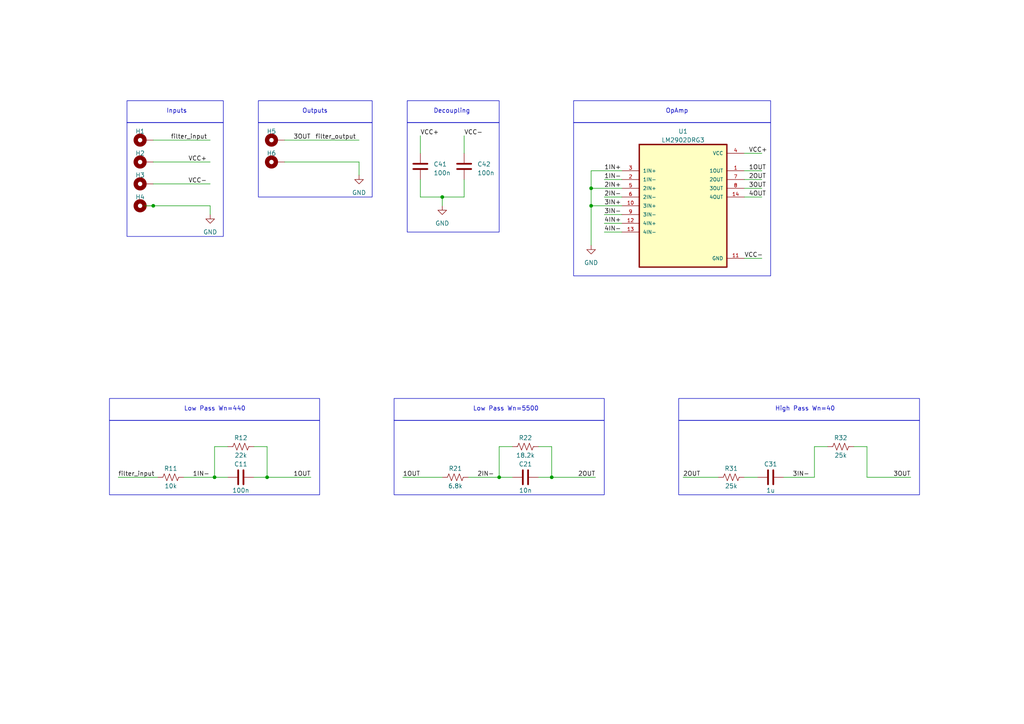
<source format=kicad_sch>
(kicad_sch (version 20230121) (generator eeschema)
  (paper "A4")
  (title_block (title "Signals Lab 5 Bandpass Filter") (date "2023-05-02") (rev "1"))
  (lib_symbols
    (symbol "Device:C" (pin_numbers hide) (pin_names (offset 0.254))
      (property "Reference" "C" (at 0.635 2.54 0))
      (property "Value" "C" (at 0.635 -2.54 0))
      (symbol "C_0_1"
        (polyline (pts (xy -2.032 -0.762) (xy 2.032 -0.762)) (stroke (width 0.508)))
        (polyline (pts (xy -2.032 0.762) (xy 2.032 0.762)) (stroke (width 0.508)))
      )
      (symbol "C_1_1"
        (pin passive line (at 0 3.81 270) (length 2.794) (name "~") (number "1"))
        (pin passive line (at 0 -3.81 90) (length 2.794) (name "~") (number "2"))
      )
    )
    (symbol "Device:R_US" (pin_numbers hide) (pin_names (offset 0))
      (property "Reference" "R" (at 2.54 0 90))
      (property "Value" "R_US" (at -2.54 0 90))
      (symbol "R_US_0_1"
        (polyline (pts (xy 0 -2.286) (xy 0 -2.54)))
        (polyline (pts (xy 0 2.286) (xy 0 2.54)))
        (polyline (pts (xy 0 -0.762) (xy 1.016 -1.143) (xy 0 -1.524) (xy -1.016 -1.905) (xy 0 -2.286)))
        (polyline (pts (xy 0 0.762) (xy 1.016 0.381) (xy 0 0) (xy -1.016 -0.381) (xy 0 -0.762)))
        (polyline (pts (xy 0 2.286) (xy 1.016 1.905) (xy 0 1.524) (xy -1.016 1.143) (xy 0 0.762)))
      )
      (symbol "R_US_1_1"
        (pin passive line (at 0 3.81 270) (length 1.27) (name "~") (number "1"))
        (pin passive line (at 0 -3.81 90) (length 1.27) (name "~") (number "2"))
      )
    )
    (symbol "LM2902DRG3:LM2902DRG3" (pin_names (offset 1.016))
      (property "Reference" "U" (at -12.7 18.7706 0))
      (property "Value" "LM2902DRG3" (at -12.7 -21.7678 0))
      (symbol "LM2902DRG3_0_0"
        (rectangle (start -12.7 -17.78) (end 12.7 17.78) (stroke (width 0.4064)) (fill (type background)))
        (pin output line (at 17.78 10.16 180) (length 5.08) (name "1OUT") (number "1"))
        (pin input line (at -17.78 0 0) (length 5.08) (name "3IN+") (number "10"))
        (pin power_in line (at 17.78 -15.24 180) (length 5.08) (name "GND") (number "11"))
        (pin input line (at -17.78 -5.08 0) (length 5.08) (name "4IN+") (number "12"))
        (pin input line (at -17.78 -7.62 0) (length 5.08) (name "4IN-") (number "13"))
        (pin output line (at 17.78 2.54 180) (length 5.08) (name "4OUT") (number "14"))
        (pin input line (at -17.78 7.62 0) (length 5.08) (name "1IN-") (number "2"))
        (pin input line (at -17.78 10.16 0) (length 5.08) (name "1IN+") (number "3"))
        (pin power_in line (at 17.78 15.24 180) (length 5.08) (name "VCC") (number "4"))
        (pin input line (at -17.78 5.08 0) (length 5.08) (name "2IN+") (number "5"))
        (pin input line (at -17.78 2.54 0) (length 5.08) (name "2IN-") (number "6"))
        (pin output line (at 17.78 7.62 180) (length 5.08) (name "2OUT") (number "7"))
        (pin output line (at 17.78 5.08 180) (length 5.08) (name "3OUT") (number "8"))
        (pin input line (at -17.78 -2.54 0) (length 5.08) (name "3IN-") (number "9"))
      )
    )
    (symbol "Mechanical:MountingHole_Pad" (pin_numbers hide) (pin_names (offset 1.016) hide)
      (property "Reference" "H" (at 0 6.35 0))
      (property "Value" "MountingHole_Pad" (at 0 4.445 0))
      (symbol "MountingHole_Pad_0_1"
        (circle (center 0 1.27) (radius 1.27) (stroke (width 1.27)))
      )
      (symbol "MountingHole_Pad_1_1"
        (pin input line (at 0 -2.54 90) (length 2.54) (name "1") (number "1"))
      )
    )
    (symbol "power:GND" (power) (pin_names (offset 0))
      (property "Value" "GND" (at 0 -3.81 0))
      (symbol "GND_0_1"
        (polyline (pts (xy 0 0) (xy 0 -1.27) (xy 1.27 -1.27) (xy 0 -2.54) (xy -1.27 -1.27) (xy 0 -1.27)))
      )
      (symbol "GND_1_1"
        (pin power_in line (at 0 0 270) (length 0) hide (name "GND") (number "1"))
      )
    )
  )
  (junction (at 171.45 54.61))
  (junction (at 128.27 57.15))
  (junction (at 171.45 59.69))
  (junction (at 44.45 59.69))
  (junction (at 77.47 138.43))
  (junction (at 144.78 138.43))
  (junction (at 62.23 138.43))
  (junction (at 160.02 138.43))
  (wire (pts (xy 156.21 129.54) (xy 160.02 129.54)))
  (wire (pts (xy 128.27 57.15) (xy 134.62 57.15)))
  (wire (pts (xy 134.62 39.37) (xy 134.62 44.45)))
  (wire (pts (xy 171.45 59.69) (xy 171.45 54.61)))
  (wire (pts (xy 236.22 129.54) (xy 236.22 138.43)))
  (wire (pts (xy 198.12 138.43) (xy 208.28 138.43)))
  (wire (pts (xy 171.45 71.12) (xy 171.45 59.69)))
  (wire (pts (xy 62.23 129.54) (xy 62.23 138.43)))
  (wire (pts (xy 82.55 40.64) (xy 104.14 40.64)))
  (wire (pts (xy 44.45 53.34) (xy 60.96 53.34)))
  (wire (pts (xy 160.02 129.54) (xy 160.02 138.43)))
  (wire (pts (xy 121.92 52.07) (xy 121.92 57.15)))
  (wire (pts (xy 227.33 138.43) (xy 236.22 138.43)))
  (wire (pts (xy 171.45 59.69) (xy 180.34 59.69)))
  (wire (pts (xy 144.78 138.43) (xy 148.59 138.43)))
  (wire (pts (xy 247.65 129.54) (xy 251.46 129.54)))
  (wire (pts (xy 215.9 57.15) (xy 220.98 57.15)))
  (wire (pts (xy 148.59 129.54) (xy 144.78 129.54)))
  (wire (pts (xy 77.47 129.54) (xy 77.47 138.43)))
  (wire (pts (xy 44.45 40.64) (xy 60.96 40.64)))
  (wire (pts (xy 144.78 129.54) (xy 144.78 138.43)))
  (wire (pts (xy 215.9 138.43) (xy 219.71 138.43)))
  (wire (pts (xy 171.45 54.61) (xy 180.34 54.61)))
  (wire (pts (xy 215.9 74.93) (xy 220.98 74.93)))
  (wire (pts (xy 62.23 138.43) (xy 66.04 138.43)))
  (wire (pts (xy 116.84 138.43) (xy 128.27 138.43)))
  (wire (pts (xy 34.29 138.43) (xy 45.72 138.43)))
  (wire (pts (xy 77.47 138.43) (xy 90.17 138.43)))
  (wire (pts (xy 134.62 57.15) (xy 134.62 52.07)))
  (wire (pts (xy 128.27 57.15) (xy 128.27 59.69)))
  (wire (pts (xy 175.26 52.07) (xy 180.34 52.07)))
  (wire (pts (xy 215.9 52.07) (xy 220.98 52.07)))
  (wire (pts (xy 73.66 138.43) (xy 77.47 138.43)))
  (wire (pts (xy 171.45 49.53) (xy 180.34 49.53)))
  (wire (pts (xy 121.92 39.37) (xy 121.92 44.45)))
  (wire (pts (xy 175.26 64.77) (xy 180.34 64.77)))
  (wire (pts (xy 156.21 138.43) (xy 160.02 138.43)))
  (wire (pts (xy 135.89 138.43) (xy 144.78 138.43)))
  (wire (pts (xy 104.14 46.99) (xy 104.14 50.8)))
  (wire (pts (xy 60.96 59.69) (xy 60.96 62.23)))
  (wire (pts (xy 251.46 138.43) (xy 264.16 138.43)))
  (wire (pts (xy 240.03 129.54) (xy 236.22 129.54)))
  (wire (pts (xy 82.55 46.99) (xy 104.14 46.99)))
  (wire (pts (xy 215.9 44.45) (xy 220.98 44.45)))
  (wire (pts (xy 53.34 138.43) (xy 62.23 138.43)))
  (wire (pts (xy 171.45 54.61) (xy 171.45 49.53)))
  (wire (pts (xy 215.9 49.53) (xy 220.98 49.53)))
  (wire (pts (xy 41.91 59.69) (xy 44.45 59.69)))
  (wire (pts (xy 66.04 129.54) (xy 62.23 129.54)))
  (wire (pts (xy 251.46 129.54) (xy 251.46 138.43)))
  (wire (pts (xy 44.45 59.69) (xy 60.96 59.69)))
  (wire (pts (xy 175.26 67.31) (xy 180.34 67.31)))
  (wire (pts (xy 121.92 57.15) (xy 128.27 57.15)))
  (wire (pts (xy 160.02 138.43) (xy 172.72 138.43)))
  (wire (pts (xy 175.26 62.23) (xy 180.34 62.23)))
  (wire (pts (xy 44.45 46.99) (xy 60.96 46.99)))
  (wire (pts (xy 175.26 57.15) (xy 180.34 57.15)))
  (wire (pts (xy 215.9 54.61) (xy 220.98 54.61)))
  (wire (pts (xy 73.66 129.54) (xy 77.47 129.54)))
  (rectangle (start 166.37 35.56) (end 223.52 80.01))
  (rectangle (start 166.37 29.21) (end 223.52 35.56))
  (rectangle (start 31.75 121.92) (end 92.71 143.51))
  (rectangle (start 118.11 35.56) (end 144.78 67.31))
  (rectangle (start 31.75 115.57) (end 92.71 121.92))
  (rectangle (start 74.93 29.21) (end 107.95 35.56))
  (rectangle (start 114.3 121.92) (end 175.26 143.51))
  (rectangle (start 196.85 121.92) (end 266.7 143.51))
  (rectangle (start 36.83 35.56) (end 64.77 68.58))
  (rectangle (start 196.85 115.57) (end 266.7 121.92))
  (rectangle (start 74.93 35.56) (end 107.95 57.15))
  (rectangle (start 118.11 29.21) (end 144.78 35.56))
  (rectangle (start 114.3 115.57) (end 175.26 121.92))
  (rectangle (start 36.83 29.21) (end 64.77 35.56))
  (text "OpAmp" (at 193.04 33.02 0) (effects (font (size 1.27 1.27)) (justify left bottom)))
  (text "Outputs" (at 87.63 33.02 0) (effects (font (size 1.27 1.27)) (justify left bottom)))
  (text "Decoupling" (at 125.73 33.02 0) (effects (font (size 1.27 1.27)) (justify left bottom)))
  (text "High Pass Wn=40" (at 224.79 119.38 0) (effects (font (size 1.27 1.27)) (justify left bottom)))
  (text "Low Pass Wn=440" (at 53.34 119.38 0) (effects (font (size 1.27 1.27)) (justify left bottom)))
  (text "Low Pass Wn=5500" (at 137.16 119.38 0) (effects (font (size 1.27 1.27)) (justify left bottom)))
  (text "Inputs" (at 48.26 33.02 0) (effects (font (size 1.27 1.27)) (justify left bottom)))
  (label "4IN-" (at 175.26 67.31 0))
  (label "3IN+" (at 175.26 59.69 0))
  (label "3OUT" (at 217.17 54.61 0))
  (label "2IN+" (at 175.26 54.61 0))
  (label "VCC+" (at 54.61 46.99 0))
  (label "2IN-" (at 175.26 57.15 0))
  (label "1OUT" (at 85.09 138.43 0))
  (label "4IN+" (at 175.26 64.77 0))
  (label "1IN-" (at 55.88 138.43 0))
  (label "1IN-" (at 175.26 52.07 0))
  (label "filter_input" (at 49.53 40.64 0))
  (label "1IN+" (at 175.26 49.53 0))
  (label "2OUT" (at 198.12 138.43 0))
  (label "2OUT" (at 167.64 138.43 0))
  (label "3IN-" (at 229.87 138.43 0))
  (label "3IN-" (at 175.26 62.23 0))
  (label "2OUT" (at 217.17 52.07 0))
  (label "VCC-" (at 134.62 39.37 0))
  (label "3OUT" (at 259.08 138.43 0))
  (label "1OUT" (at 116.84 138.43 0))
  (label "filter_input" (at 34.29 138.43 0))
  (label "2IN-" (at 138.43 138.43 0))
  (label "VCC+" (at 121.92 39.37 0))
  (label "VCC+" (at 217.17 44.45 0))
  (label "VCC-" (at 215.9 74.93 0))
  (label "3OUT" (at 85.09 40.64 0))
  (label "VCC-" (at 54.61 53.34 0))
  (label "1OUT" (at 217.17 49.53 0))
  (label "4OUT" (at 217.17 57.15 0))
  (label "filter_output" (at 91.44 40.64 0))
  (symbol (lib_id "LM2902DRG3:LM2902DRG3") (at 198.12 59.69 0) (unit 1)
    (property "Reference" "U1" (at 198.12 38.1 0))
    (property "Value" "LM2902DRG3" (at 198.12 40.64 0))
    (property "Footprint" "LM2902DRG3:SOIC127P600X175-14N" (effects hide))
  )
  (symbol (lib_id "Device:R_US") (at 69.85 129.54 90) (unit 1)
    (property "Reference" "R12" (at 69.85 127 90))
    (property "Value" "22k" (at 69.85 132.08 90))
    (property "Footprint" "Capacitor_SMD:C_0603_1608Metric" (effects hide))
  )
  (symbol (lib_id "Device:C") (at 134.62 48.26 0) (unit 1)
    (property "Reference" "C42" (at 138.43 47.625 0) (effects (justify left)))
    (property "Value" "100n" (at 138.43 50.165 0) (effects (justify left)))
    (property "Footprint" "Capacitor_SMD:C_0603_1608Metric" (effects hide))
  )
  (symbol (lib_id "Device:R_US") (at 49.53 138.43 90) (unit 1)
    (property "Reference" "R11" (at 49.53 135.89 90))
    (property "Value" "10k" (at 49.53 140.97 90))
    (property "Footprint" "Capacitor_SMD:C_0603_1608Metric" (effects hide))
  )
  (symbol (lib_id "Device:C") (at 152.4 138.43 90) (unit 1)
    (property "Reference" "C21" (at 152.4 134.62 90))
    (property "Value" "10n" (at 152.4 142.24 90))
    (property "Footprint" "Capacitor_SMD:C_0603_1608Metric" (effects hide))
  )
  (symbol (lib_id "power:GND") (at 171.45 71.12 0) (unit 1)
    (property "Reference" "#PWR01" (effects hide))
    (property "Value" "GND" (at 171.45 76.2 0))
  )
  (symbol (lib_id "Mechanical:MountingHole_Pad") (at 41.91 53.34 90) (unit 1)
    (property "Reference" "H3" (at 40.64 50.8 90))
    (property "Value" "MountingHole_Pad" (effects hide))
    (property "Footprint" "MountingHole:MountingHole_3.5mm_Pad_Via" (effects hide))
  )
  (symbol (lib_id "Device:R_US") (at 212.09 138.43 90) (unit 1)
    (property "Reference" "R31" (at 212.09 135.89 90))
    (property "Value" "25k" (at 212.09 140.97 90))
    (property "Footprint" "Resistor_SMD:R_0603_1608Metric" (effects hide))
  )
  (symbol (lib_id "power:GND") (at 104.14 50.8 0) (unit 1)
    (property "Reference" "#PWR04" (effects hide))
    (property "Value" "GND" (at 104.14 55.88 0))
  )
  (symbol (lib_id "power:GND") (at 128.27 59.69 0) (unit 1)
    (property "Reference" "#PWR03" (effects hide))
    (property "Value" "GND" (at 128.27 64.77 0))
  )
  (symbol (lib_id "Device:R_US") (at 152.4 129.54 90) (unit 1)
    (property "Reference" "R22" (at 152.4 127 90))
    (property "Value" "18.2k" (at 152.4 132.08 90))
    (property "Footprint" "Capacitor_SMD:C_0603_1608Metric" (effects hide))
  )
  (symbol (lib_id "Mechanical:MountingHole_Pad") (at 80.01 40.64 90) (unit 1)
    (property "Reference" "H5" (at 78.74 38.1 90))
    (property "Value" "MountingHole_Pad" (effects hide))
    (property "Footprint" "MountingHole:MountingHole_3.5mm_Pad_Via" (effects hide))
  )
  (symbol (lib_id "Device:R_US") (at 243.84 129.54 90) (unit 1)
    (property "Reference" "R32" (at 243.84 127 90))
    (property "Value" "25k" (at 243.84 132.08 90))
    (property "Footprint" "Resistor_SMD:R_0603_1608Metric" (effects hide))
  )
  (symbol (lib_id "Mechanical:MountingHole_Pad") (at 80.01 46.99 90) (unit 1)
    (property "Reference" "H6" (at 78.74 44.45 90))
    (property "Value" "MountingHole_Pad" (effects hide))
    (property "Footprint" "MountingHole:MountingHole_3.5mm_Pad_Via" (effects hide))
  )
  (symbol (lib_id "Device:C") (at 69.85 138.43 90) (unit 1)
    (property "Reference" "C11" (at 69.85 134.62 90))
    (property "Value" "100n" (at 69.85 142.24 90))
    (property "Footprint" "Capacitor_SMD:C_0603_1608Metric" (effects hide))
  )
  (symbol (lib_id "Device:R_US") (at 132.08 138.43 90) (unit 1)
    (property "Reference" "R21" (at 132.08 135.89 90))
    (property "Value" "6.8k" (at 132.08 140.97 90))
    (property "Footprint" "Capacitor_SMD:C_0603_1608Metric" (effects hide))
  )
  (symbol (lib_id "Mechanical:MountingHole_Pad") (at 41.91 46.99 90) (unit 1)
    (property "Reference" "H2" (at 40.64 44.45 90))
    (property "Value" "MountingHole_Pad" (effects hide))
    (property "Footprint" "MountingHole:MountingHole_3.5mm_Pad_Via" (effects hide))
  )
  (symbol (lib_id "Device:C") (at 223.52 138.43 90) (unit 1)
    (property "Reference" "C31" (at 223.52 134.62 90))
    (property "Value" "1u" (at 223.52 142.24 90))
    (property "Footprint" "Capacitor_SMD:C_0603_1608Metric" (effects hide))
  )
  (symbol (lib_id "Mechanical:MountingHole_Pad") (at 41.91 59.69 90) (unit 1)
    (property "Reference" "H4" (at 40.64 57.15 90))
    (property "Value" "MountingHole_Pad" (effects hide))
    (property "Footprint" "MountingHole:MountingHole_3.5mm_Pad_Via" (effects hide))
  )
  (symbol (lib_id "power:GND") (at 60.96 62.23 0) (unit 1)
    (property "Reference" "#PWR02" (effects hide))
    (property "Value" "GND" (at 60.96 67.31 0))
  )
  (symbol (lib_id "Device:C") (at 121.92 48.26 180) (unit 1)
    (property "Reference" "C41" (at 125.73 47.625 0) (effects (justify right)))
    (property "Value" "100n" (at 125.73 50.165 0) (effects (justify right)))
    (property "Footprint" "Capacitor_SMD:C_0603_1608Metric" (effects hide))
  )
  (symbol (lib_id "Mechanical:MountingHole_Pad") (at 41.91 40.64 90) (unit 1)
    (property "Reference" "H1" (at 40.64 38.1 90))
    (property "Value" "MountingHole_Pad" (effects hide))
    (property "Footprint" "MountingHole:MountingHole_3.5mm_Pad_Via" (effects hide))
  )
)
</source>
